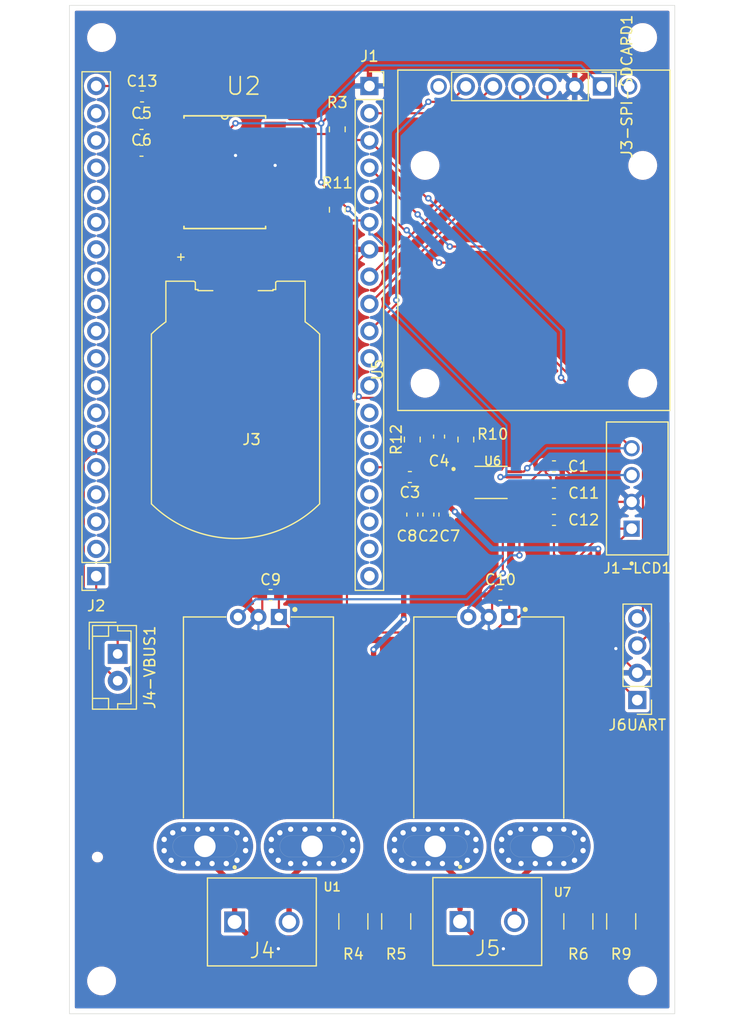
<source format=kicad_pcb>
(kicad_pcb (version 20240108) (generator "pcbnew") (generator_version "8.0")
  (title_block (date "2025-01-03"))
  (layers (0 "F.Cu" signal) (31 "B.Cu" signal) (34 "B.Paste" user) (35 "F.Paste" user) (36 "B.SilkS" user "B.Silkscreen") (37 "F.SilkS" user "F.Silkscreen") (38 "B.Mask" user) (39 "F.Mask" user) (44 "Edge.Cuts" user))
  (net 0 "")
  (net 1 "Net-(U6-AIN1)")
  (net 2 "SDA")
  (net 3 "SCL")
  (net 4 "ALRT")
  (net 5 "VOUT2+")
  (net 6 "SCK")
  (net 7 "MISO")
  (net 8 "MOSI")
  (net 9 "VOUT1+")
  (net 10 "CS2")
  (net 22 "CS1")
  (net 23 "GBUS")
  (net 24 "GND")
  (net 47 "VBUS")
  (net 49 "Net-(U2-VBAT)")
  (net 50 "VDC1+")
  (net 51 "-VDC1")
  (net 52 "VDC2+")
  (net 53 "-VDC2")
  (net 54 "Net-(U6-ADDR)")
  (net 57 "Net-(U6-AIN0)")
  (net 58 "RX0")
  (net 59 "TX0")
  (footprint "Capacitor_SMD:C_0603_1608Metric" (layer "F.Cu") (at 133.725 69 180)
    (property "Reference" "C1")
    (property "Value" "100nF")
  )
  (footprint "Capacitor_SMD:C_0603_1608Metric" (layer "F.Cu") (at 120.5 73.5 90)
    (property "Reference" "C8")
    (property "Value" "10uF")
  )
  (footprint "B4B-XH-A_LF__SN_:JST_B4B-XH-A_LF__SN_" (layer "F.Cu") (at 141.5 71.0625 -90)
    (property "Reference" "J1-LCD1")
    (property "Value" "LCD/OLED SCREEN")
  )
  (footprint "Connector_PinSocket_2.54mm:PinSocket_1x19_P2.54mm_Vertical" (layer "F.Cu") (at 116.5 33.5225)
    (property "Reference" "J1")
    (property "Value" "Conn_01x19")
  )
  (footprint "MountingHole:MountingHole_2.2mm_M2" (layer "F.Cu") (at 91.5 29)
    (property "Reference" "REF**" (hide yes))
    (property "Value" "MountingHole_2.2mm_M2")
  )
  (footprint "254:MODULE_254" (layer "F.Cu") (at 131.85 47.9135 90)
    (property "Reference" "U5")
    (property "Value" "254")
  )
  (footprint "Capacitor_SMD:C_0603_1608Metric" (layer "F.Cu") (at 123.5 73.5 90)
    (property "Reference" "C7")
    (property "Value" "10uF")
  )
  (footprint "Capacitor_SMD:C_0603_1608Metric" (layer "F.Cu") (at 107.275 81)
    (property "Reference" "C9")
    (property "Value" "100nF")
  )
  (footprint "Capacitor_SMD:C_0603_1608Metric" (layer "F.Cu") (at 133.725 71.5 180)
    (property "Reference" "C11")
    (property "Value" "10nF")
  )
  (footprint "Connector_PinHeader_2.54mm:PinHeader_1x04_P2.54mm_Vertical" (layer "F.Cu") (at 141.5 90.8 180)
    (property "Reference" "J6UART")
    (property "Value" "Conn_01x04")
  )
  (footprint "Resistor_SMD:R_0805_2012Metric_Pad1.20x1.40mm_HandSolder" (layer "F.Cu") (at 113.5 45.0625 -90)
    (property "Reference" "R11")
    (property "Value" "10k")
  )
  (footprint "Resistor_SMD:R_0805_2012Metric_Pad1.20x1.40mm_HandSolder" (layer "F.Cu") (at 125.5 66.5 -90)
    (property "Reference" "R10")
    (property "Value" "10k")
  )
  (footprint "ACS758:XDCR_ACS758" (layer "F.Cu") (at 106.14 83.05 180)
    (property "Reference" "U1")
    (property "Value" "ACS758")
    (fp_line (start 15 -22.4) (end 15.05 -22.4) (stroke (width 0.01)) (layer "Edge.Cuts"))
    (fp_line (start 7 -20.4) (end 3 -20.4) (stroke (width 0.01)) (layer "Edge.Cuts"))
    (fp_line (start 5 -22.4) (end 5.05 -22.4) (stroke (width 0.01)) (layer "Edge.Cuts"))
    (fp_line (start 3 -22.4) (end 7 -22.4) (stroke (width 0.01)) (layer "Edge.Cuts"))
    (fp_line (start -3 -20.4) (end -7 -20.4) (stroke (width 0.01)) (layer "Edge.Cuts"))
    (fp_line (start -5 -22.4) (end -4.95 -22.4) (stroke (width 0.01)) (layer "Edge.Cuts"))
    (fp_line (start -7 -22.4) (end -3 -22.4) (stroke (width 0.01)) (layer "Edge.Cuts"))
    (fp_arc (start 7 -22.4) (mid 8 -21.4) (end 7 -20.4) (stroke (width 0.01)) (layer "Edge.Cuts"))
    (fp_arc (start 3 -20.4) (mid 2 -21.4) (end 3 -22.4) (stroke (width 0.01)) (layer "Edge.Cuts"))
    (fp_arc (start -3 -22.4) (mid -2 -21.4) (end -3 -20.4) (stroke (width 0.01)) (layer "Edge.Cuts"))
    (fp_arc (start -7 -20.4) (mid -8 -21.4) (end -7 -22.4) (stroke (width 0.01)) (layer "Edge.Cuts"))
  )
  (footprint "Capacitor_SMD:C_0603_1608Metric" (layer "F.Cu") (at 133.725 74 180)
    (property "Reference" "C12")
    (property "Value" "10nF")
  )
  (footprint "Capacitor_SMD:C_0603_1608Metric" (layer "F.Cu") (at 128.725 81)
    (property "Reference" "C10")
    (property "Value" "100nF")
  )
  (footprint "Capacitor_SMD:C_0603_1608Metric" (layer "F.Cu") (at 95.225 37.0625)
    (property "Reference" "C5")
    (property "Value" "100nF")
  )
  (footprint "Capacitor_SMD:C_0603_1608Metric" (layer "F.Cu") (at 95.275 34.5)
    (property "Reference" "C13")
    (property "Value" "0.1uF")
  )
  (footprint "Resistor_SMD:R_0805_2012Metric_Pad1.20x1.40mm_HandSolder" (layer "F.Cu") (at 120.5 66.5 -90)
    (property "Reference" "R12")
    (property "Value" "10k")
  )
  (footprint "Connector_PinHeader_2.54mm:PinHeader_1x06_P2.54mm_Vertical" (layer "F.Cu") (at 138.2 33.5625 -90)
    (property "Reference" "J3-SPI-SDCARD1")
    (property "Value" "Conn_01x06")
  )
  (footprint "TB006-508-02BE:CUI_TB006-508-02BE" (layer "F.Cu") (at 103.92 111.5)
    (property "Reference" "J4")
    (property "Value" "TB006-508-02BE")
  )
  (footprint "Resistor_SMD:R_1210_3225Metric_Pad1.30x2.65mm_HandSolder" (layer "F.Cu") (at 119 111.45 -90)
    (property "Reference" "R5")
    (property "Value" "10k")
  )
  (footprint "Capacitor_SMD:C_0603_1608Metric" (layer "F.Cu") (at 120.275 70 180)
    (property "Reference" "C3")
    (property "Value" "100nF")
  )
  (footprint "Resistor_SMD:R_1210_3225Metric_Pad1.30x2.65mm_HandSolder" (layer "F.Cu") (at 136 111.45 90)
    (property "Reference" "R6")
    (property "Value" "90k")
  )
  (footprint "MountingHole:MountingHole_2.2mm_M2" (layer "F.Cu") (at 142 117)
    (property "Reference" "REF**" (hide yes))
    (property "Value" "MountingHole_2.2mm_M2")
  )
  (footprint "Resistor_SMD:R_1210_3225Metric_Pad1.30x2.65mm_HandSolder" (layer "F.Cu") (at 115 111.45 90)
    (property "Reference" "R4")
    (property "Value" "90k")
  )
  (footprint "Resistor_SMD:R_0805_2012Metric_Pad1.20x1.40mm_HandSolder" (layer "F.Cu") (at 113.5 37.5625 -90)
    (property "Reference" "R3")
    (property "Value" "10k")
  )
  (footprint "S8421-45R:HARWIN_S8421-45R" (layer "F.Cu") (at 104 64.5817 180)
    (property "Reference" "J3")
    (property "Value" "S8421-45R")
  )
  (footprint "Capacitor_SMD:C_0603_1608Metric" (layer "F.Cu") (at 95.225 39.5625)
    (property "Reference" "C6")
    (property "Value" "10uF")
  )
  (footprint "Connector_PinSocket_2.54mm:PinSocket_1x19_P2.54mm_Vertical" (layer "F.Cu") (at 91 79.2425 180)
    (property "Reference" "J2")
    (property "Value" "Conn_01x19")
  )
  (footprint "TB006-508-02BE:CUI_TB006-508-02BE" (layer "F.Cu") (at 124.96 111.4625)
    (property "Reference" "J5")
    (property "Value" "TB006-508-02BE")
  )
  (footprint "Capacitor_SMD:C_0603_1608Metric" (layer "F.Cu") (at 122 73.5 90)
    (property "Reference" "C2")
    (property "Value" "100nF")
  )
  (footprint "Resistor_SMD:R_1210_3225Metric_Pad1.30x2.65mm_HandSolder" (layer "F.Cu") (at 140 111.45 -90)
    (property "Reference" "R9")
    (property "Value" "10k")
  )
  (footprint "ACS758:XDCR_ACS758" (layer "F.Cu") (at 127.64 83.05 180)
    (property "Reference" "U7")
    (property "Value" "ACS758")
    (fp_line (start 15 -22.4) (end 15.05 -22.4) (stroke (width 0.01)) (layer "Edge.Cuts"))
    (fp_line (start 7 -20.4) (end 3 -20.4) (stroke (width 0.01)) (layer "Edge.Cuts"))
    (fp_line (start 5 -22.4) (end 5.05 -22.4) (stroke (width 0.01)) (layer "Edge.Cuts"))
    (fp_line (start 3 -22.4) (end 7 -22.4) (stroke (width 0.01)) (layer "Edge.Cuts"))
    (fp_line (start -3 -20.4) (end -7 -20.4) (stroke (width 0.01)) (layer "Edge.Cuts"))
    (fp_line (start -5 -22.4) (end -4.95 -22.4) (stroke (width 0.01)) (layer "Edge.Cuts"))
    (fp_line (start -7 -22.4) (end -3 -22.4) (stroke (width 0.01)) (layer "Edge.Cuts"))
    (fp_arc (start 7 -22.4) (mid 8 -21.4) (end 7 -20.4) (stroke (width 0.01)) (layer "Edge.Cuts"))
    (fp_arc (start 3 -20.4) (mid 2 -21.4) (end 3 -22.4) (stroke (width 0.01)) (layer "Edge.Cuts"))
    (fp_arc (start -3 -22.4) (mid -2 -21.4) (end -3 -20.4) (stroke (width 0.01)) (layer "Edge.Cuts"))
    (fp_arc (start -7 -20.4) (mid -8 -21.4) (end -7 -22.4) (stroke (width 0.01)) (layer "Edge.Cuts"))
  )
  (footprint "DS3231S:SOIC127P1032X265-16N" (layer "F.Cu") (at 103 41.5625)
    (property "Reference" "U2")
    (property "Value" "DS3231S")
  )
  (footprint "MountingHole:MountingHole_2.2mm_M2" (layer "F.Cu") (at 91.5 117)
    (property "Reference" "REF**" (hide yes))
    (property "Value" "MountingHole_2.2mm_M2")
  )
  (footprint "MountingHole:MountingHole_2.2mm_M2" (layer "F.Cu") (at 142 29)
    (property "Reference" "REF**" (hide yes))
    (property "Value" "MountingHole_2.2mm_M2")
  )
  (footprint "Connectors_JST:JST_EH_B02B-EH-A_02x2.50mm_Straight" (layer "F.Cu") (at 93 86.5 -90)
    (property "Reference" "J4-VBUS1")
    (property "Value" "Conn_01x02")
  )
  (footprint "ADS1115IDGST:SOP50P490X110-10N" (layer "F.Cu") (at 127.85 70.5)
    (property "Reference" "U6")
    (property "Value" "ADS1115IDGST")
  )
  (footprint "Capacitor_SMD:C_0603_1608Metric" (layer "F.Cu") (at 123 66.225 90)
    (property "Reference" "C4")
    (property "Value" "1uF")
  )
  (gr_rect (start 88.5 26) (end 145 120.0625) (stroke (width 0.05)) (fill none) (layer "Edge.Cuts"))
  (segment (start 124 71.5) (end 125.7 71.5) (width 0.3) (layer "F.Cu") (net 1))
  (segment (start 123.5 72.2552) (end 123.5 72) (width 0.2) (layer "F.Cu") (net 1))
  (segment (start 137.849 109.9) (end 137.849 76.6969) (width 0.5) (layer "F.Cu") (net 1))
  (segment (start 136 109.9) (end 137.849 109.9) (width 0.5) (layer "F.Cu") (net 1))
  (segment (start 139.436 109.9) (end 140 109.9) (width 0.2) (layer "F.Cu") (net 1))
  (segment (start 123.5 72) (end 124 71.5) (width 0.3) (layer "F.Cu") (net 1))
  (segment (start 137.849 109.9) (end 139.436 109.9) (width 0.5) (layer "F.Cu") (net 1))
  (segment (start 124.478 73.2337) (end 123.5 72.2552) (width 0.5) (layer "F.Cu") (net 1))
  (segment (start 123.5 72.725) (end 123.5 72.2552) (width 0.2) (layer "F.Cu") (net 1))
  (segment (start 122 72.725) (end 123.5 72.725) (width 0.2) (layer "F.Cu") (net 1))
  (via (at 137.849 76.6969) (size 0.6) (drill 0.3) (layers "F.Cu" "B.Cu") (net 1))
  (via (at 124.478 73.2337) (size 0.6) (drill 0.3) (layers "F.Cu" "B.Cu") (net 1))
  (segment (start 127.942 76.6969) (end 124.478 73.2337) (width 0.5) (layer "B.Cu") (net 1))
  (segment (start 137.849 76.6969) (end 127.942 76.6969) (width 0.5) (layer "B.Cu") (net 1))
  (segment (start 111 39.5) (end 109.888 38.3875) (width 0.2) (layer "F.Cu") (net 2))
  (segment (start 109.888 38.3875) (end 107.699 38.3875) (width 0.2) (layer "F.Cu") (net 2))
  (segment (start 116.34 46.0625) (end 116.5 46.2225) (width 0.2) (layer "F.Cu") (net 2))
  (segment (start 113.5 46.0625) (end 116.34 46.0625) (width 0.2) (layer "F.Cu") (net 2))
  (segment (start 111 43.5625) (end 111 39.5) (width 0.2) (layer "F.Cu") (net 2))
  (segment (start 113.5 46.0625) (end 111 43.5625) (width 0.2) (layer "F.Cu") (net 2))
  (segment (start 130 70) (end 128.734 70) (width 0.2) (layer "F.Cu") (net 2))
  (via (at 128.734 70) (size 0.6) (drill 0.3) (layers "F.Cu" "B.Cu") (net 2))
  (segment (start 116.788 47.3742) (end 116.5 47.3742) (width 0.2) (layer "B.Cu") (net 2))
  (segment (start 117.884 48.4699) (end 116.788 47.3742) (width 0.2) (layer "B.Cu") (net 2))
  (segment (start 128.734 70) (end 129.097 70) (width 0.2) (layer "B.Cu") (net 2))
  (segment (start 129.285 65.1691) (end 117.884 53.7679) (width 0.2) (layer "B.Cu") (net 2))
  (segment (start 116.5 47.3742) (end 116.5 46.2225) (width 0.2) (layer "B.Cu") (net 2))
  (segment (start 117.884 53.7679) (end 117.884 48.4699) (width 0.2) (layer "B.Cu") (net 2))
  (segment (start 129.097 70) (end 129.285 69.8125) (width 0.2) (layer "B.Cu") (net 2))
  (segment (start 140.975 69.8125) (end 129.285 69.8125) (width 0.2) (layer "B.Cu") (net 2))
  (segment (start 129.285 69.8125) (end 129.285 65.1691) (width 0.2) (layer "B.Cu") (net 2))
  (segment (start 111 38) (end 112.938 38) (width 0.2) (layer "F.Cu") (net 3))
  (segment (start 112.938 38) (end 113.5 38.5625) (width 0.2) (layer "F.Cu") (net 3))
  (segment (start 116.5 38.6025) (end 121.898 44) (width 0.2) (layer "F.Cu") (net 3))
  (segment (start 116.46 38.5625) (end 116.5 38.6025) (width 0.2) (layer "F.Cu") (net 3))
  (segment (start 130 69.5) (end 130.901 69.5) (width 0.2) (layer "F.Cu") (net 3))
  (segment (start 107.699 37.1175) (end 110.118 37.1175) (width 0.2) (layer "F.Cu") (net 3))
  (segment (start 130.901 69.5) (end 131.234 69.1668) (width 0.2) (layer "F.Cu") (net 3))
  (segment (start 110.118 37.1175) (end 111 38) (width 0.2) (layer "F.Cu") (net 3))
  (segment (start 121.898 44) (end 122 44) (width 0.2) (layer "F.Cu") (net 3))
  (segment (start 113.5 38.5625) (end 116.46 38.5625) (width 0.2) (layer "F.Cu") (net 3))
  (segment (start 140.975 67.3125) (end 134.39 60.7275) (width 0.2) (layer "F.Cu") (net 3))
  (via (at 122 44) (size 0.6) (drill 0.3) (layers "F.Cu" "B.Cu") (net 3))
  (via (at 131.234 69.1668) (size 0.6) (drill 0.3) (layers "F.Cu" "B.Cu") (net 3))
  (via (at 134.39 60.7275) (size 0.6) (drill 0.3) (layers "F.Cu" "B.Cu") (net 3))
  (segment (start 133.089 67.3125) (end 131.234 69.1668) (width 0.2) (layer "B.Cu") (net 3))
  (segment (start 140.975 67.3125) (end 133.089 67.3125) (width 0.2) (layer "B.Cu") (net 3))
  (segment (start 122 44) (end 134.39 56.39) (width 0.2) (layer "B.Cu") (net 3))
  (segment (start 134.39 56.39) (end 134.39 60.7275) (width 0.2) (layer "B.Cu") (net 3))
  (segment (start 133.416 70.7453) (end 133.416 70.0399) (width 0.2) (layer "F.Cu") (net 4))
  (segment (start 108.05 83.05) (end 109.5 84.5) (width 0.2) (layer "F.Cu") (net 4))
  (segment (start 120.5 67.5) (end 121.75 68.75) (width 0.2) (layer "F.Cu") (net 4))
  (segment (start 108.05 81) (end 108.05 83.05) (width 0.2) (layer "F.Cu") (net 4))
  (segment (start 119.056 64.0562) (end 120.5 65.5) (width 0.2) (layer "F.Cu") (net 4))
  (segment (start 133.416 70.0399) (end 132.95 69.5735) (width 0.2) (layer "F.Cu") (net 4))
  (segment (start 113.562 44.0625) (end 114.5 45) (width 0.2) (layer "F.Cu") (net 4))
  (segment (start 135.013 78.4872) (end 138.688 74.8125) (width 0.2) (layer "F.Cu") (net 4))
  (segment (start 135.013 78.4872) (end 133.725 77.1992) (width 0.2) (layer "F.Cu") (net 4))
  (segment (start 140.975 74.8125) (end 138.9 76.8875) (width 0.2) (layer "F.Cu") (net 4))
  (segment (start 129.55 83.05) (end 130.45 83.05) (width 0.2) (layer "F.Cu") (net 4))
  (segment (start 138.9 76.8875) (end 138.9 88.2) (width 0.2) (layer "F.Cu") (net 4))
  (segment (start 115.612 62.6125) (end 117.612 62.6125) (width 0.2) (layer "F.Cu") (net 4))
  (segment (start 114.401 84.5) (end 114.401 63.5994) (width 0.2) (layer "F.Cu") (net 4))
  (segment (start 133.725 77.1992) (end 133.725 71.0539) (width 0.2) (layer "F.Cu") (net 4))
  (segment (start 133.725 71.0539) (end 133.416 70.7453) (width 0.2) (layer "F.Cu") (net 4))
  (segment (start 123 70) (end 125.7 70) (width 0.2) (layer "F.Cu") (net 4))
  (segment (start 113.5 36.5625) (end 112.438 36.5625) (width 0.2) (layer "F.Cu") (net 4))
  (segment (start 128.1 84.5) (end 129.55 83.05) (width 0.2) (layer "F.Cu") (net 4))
  (segment (start 91 33.5225) (end 95.0725 33.5225) (width 0.2) (layer "F.Cu") (net 4))
  (segment (start 120.5 65.5) (end 123 65.5) (width 0.2) (layer "F.Cu") (net 4))
  (segment (start 109.5 84.5) (end 114.401 84.5) (width 0.2) (layer "F.Cu") (net 4))
  (segment (start 96 37.0625) (end 96 37.2125) (width 0.2) (layer "F.Cu") (net 4))
  (segment (start 130 70.5) (end 131.45 70.5) (width 0.2) (layer "F.Cu") (net 4))
  (segment (start 138.9 88.2) (end 141.5 90.8) (width 0.2) (layer "F.Cu") (net 4))
  (segment (start 129.55 83.05) (end 129.55 81.05) (width 0.2) (layer "F.Cu") (net 4))
  (segment (start 96 37.2125) (end 97.175 38.3875) (width 0.2) (layer "F.Cu") (net 4))
  (segment (start 95.0725 33.5225) (end 96.05 34.5) (width 0.2) (layer "F.Cu") (net 4))
  (segment (start 117.652 69.0825) (end 117.984 68.75) (width 0.2) (layer "F.Cu") (net 4))
  (segment (start 131.45 70.5) (end 132.95 69) (width 0.2) (layer "F.Cu") (net 4))
  (segment (start 96 39.5625) (end 97.175 38.3875) (width 0.2) (layer "F.Cu") (net 4))
  (segment (start 113.5 44.0625) (end 113.562 44.0625) (width 0.2) (layer "F.Cu") (net 4))
  (segment (start 129.55 81.05) (end 129.5 81) (width 0.2) (layer "F.Cu") (net 4))
  (segment (start 97.175 38.3875) (end 98.301 38.3875) (width 0.2) (layer "F.Cu") (net 4))
  (segment (start 123 65.5) (end 123 65.45) (width 0.2) (layer "F.Cu") (net 4))
  (segment (start 121.75 68.75) (end 123 70) (width 0.2) (layer "F.Cu") (net 4))
  (segment (start 96.05 34.5) (end 96.05 37.0125) (width 0.2) (layer "F.Cu") (net 4))
  (segment (start 117.612 62.6125) (end 119.056 64.0562) (width 0.2) (layer "F.Cu") (net 4))
  (segment (start 96.05 37.0125) (end 96 37.0625) (width 0.2) (layer "F.Cu") (net 4))
  (segment (start 112 42.5) (end 112 42.5625) (width 0.2) (layer "F.Cu") (net 4))
  (segment (start 119.0559 66.0559) (end 120.5 67.5) (width 0.2) (layer "F.Cu") (net 4))
  (segment (start 114.401 84.5) (end 128.1 84.5) (width 0.2) (layer "F.Cu") (net 4))
  (segment (start 117.984 68.75) (end 121.75 68.75) (width 0.2) (layer "F.Cu") (net 4))
  (segment (start 119.056 64.0562) (end 119.0559 64.0563) (width 0.2) (layer "F.Cu") (net 4))
  (segment (start 116.5 69.0825) (end 117.652 69.0825) (width 0.2) (layer "F.Cu") (net 4))
  (segment (start 112.438 36.5625) (end 112 37) (width 0.2) (layer "F.Cu") (net 4))
  (segment (start 138.688 74.8125) (end 140.975 74.8125) (width 0.2) (layer "F.Cu") (net 4))
  (segment (start 98.301 38.3875) (end 102.612 38.3875) (width 0.2) (layer "F.Cu") (net 4))
  (segment (start 132.95 69.5735) (end 132.95 69) (width 0.2) (layer "F.Cu") (net 4))
  (segment (start 119.0559 64.0563) (end 119.0559 66.0559) (width 0.2) (layer "F.Cu") (net 4))
  (segment (start 114.401 63.5994) (end 115.5 62.5) (width 0.2) (layer "F.Cu") (net 4))
  (segment (start 102.612 38.3875) (end 104 37) (width 0.2) (layer "F.Cu") (net 4))
  (segment (start 112 42.5625) (end 113.5 44.0625) (width 0.2) (layer "F.Cu") (net 4))
  (segment (start 115.5 62.5) (end 115.612 62.6125) (width 0.2) (layer "F.Cu") (net 4))
  (segment (start 130.45 83.05) (end 135.013 78.4872) (width 0.2) (layer "F.Cu") (net 4))
  (segment (start 123 65.5) (end 125.5 65.5) (width 0.2) (layer "F.Cu") (net 4))
  (via (at 115.5 62.5) (size 0.6) (drill 0.3) (layers "F.Cu" "B.Cu") (net 4))
  (via (at 112 42.5) (size 0.6) (drill 0.3) (layers "F.Cu" "B.Cu") (net 4))
  (via (at 104 37) (size 0.6) (drill 0.3) (layers "F.Cu" "B.Cu") (net 4))
  (via (at 114.5 45) (size 0.6) (drill 0.3) (layers "F.Cu" "B.Cu") (net 4))
  (via (at 112 37) (size 0.6) (drill 0.3) (layers "F.Cu" "B.Cu") (net 4))
  (segment (start 112 37) (end 112 42.5) (width 0.2) (layer "B.Cu") (net 4))
  (segment (start 115.35 45.85) (end 115.35 62.35) (width 0.2) (layer "B.Cu") (net 4))
  (segment (start 116.293 31.5999) (end 112 35.893) (width 0.2) (layer "B.Cu") (net 4))
  (segment (start 104 37) (end 112 37) (width 0.2) (layer "B.Cu") (net 4))
  (segment (start 138.2 33.5625) (end 136.237 31.5999) (width 0.2) (layer "B.Cu") (net 4))
  (segment (start 114.5 45) (end 115.35 45.85) (width 0.2) (layer "B.Cu") (net 4))
  (segment (start 115.35 62.35) (end 115.5 62.5) (width 0.2) (layer "B.Cu") (net 4))
  (segment (start 136.237 31.5999) (end 116.293 31.5999) (width 0.2) (layer "B.Cu") (net 4))
  (segment (start 112 35.893) (end 112 37) (width 0.2) (layer "B.Cu") (net 4))
  (segment (start 132.45 71) (end 132.95 71.5) (width 0.2) (layer "F.Cu") (net 5))
  (segment (start 128.949 71.2082) (end 128.949 78.967) (width 0.2) (layer "F.Cu") (net 5))
  (segment (start 130 71) (end 132.45 71) (width 0.2) (layer "F.Cu") (net 5))
  (segment (start 129.157 71) (end 128.949 71.2082) (width 0.2) (layer "F.Cu") (net 5))
  (segment (start 130 71) (end 129.157 71) (width 0.2) (layer "F.Cu") (net 5))
  (via (at 128.949 78.967) (size 0.6) (drill 0.3) (layers "F.Cu" "B.Cu") (net 5))
  (segment (start 125.73 82.1861) (end 128.949 78.967) (width 0.2) (layer "B.Cu") (net 5))
  (segment (start 125.73 83.05) (end 125.73 82.1861) (width 0.2) (layer "B.Cu") (net 5))
  (segment (start 133.12 37.2225) (end 116.5 53.8425) (width 0.2) (layer "F.Cu") (net 6))
  (segment (start 133.12 33.5625) (end 133.12 37.2225) (width 0.2) (layer "F.Cu") (net 6))
  (segment (start 130.58 33.5625) (end 130.58 37.2225) (width 0.2) (layer "F.Cu") (net 7))
  (segment (start 130.58 37.2225) (end 116.5 51.3025) (width 0.2) (layer "F.Cu") (net 7))
  (segment (start 128.04 33.5625) (end 125.54 36.0625) (width 0.2) (layer "F.Cu") (net 8))
  (segment (start 125.54 36.0625) (end 116.5 36.0625) (width 0.2) (layer "F.Cu") (net 8))
  (segment (start 130.5 71.5) (end 130 71.5) (width 0.2) (layer "F.Cu") (net 9))
  (segment (start 131 71.5) (end 130.5 71.5) (width 0.2) (layer "F.Cu") (net 9))
  (segment (start 130.5 71.5) (end 130.5 77.3039) (width 0.2) (layer "F.Cu") (net 9))
  (segment (start 132.95 74) (end 132.95 73.45) (width 0.2) (layer "F.Cu") (net 9))
  (segment (start 132.95 73.45) (end 131 71.5) (width 0.2) (layer "F.Cu") (net 9))
  (via (at 130.5 77.3039) (size 0.6) (drill 0.3) (layers "F.Cu" "B.Cu") (net 9))
  (segment (start 125.608 81.3971) (end 129.701 77.3039) (width 0.2) (layer "B.Cu") (net 9))
  (segment (start 129.701 77.3039) (end 130.5 77.3039) (width 0.2) (layer "B.Cu") (net 9))
  (segment (start 105.883 81.3971) (end 125.608 81.3971) (width 0.2) (layer "B.Cu") (net 9))
  (segment (start 104.23 83.05) (end 105.883 81.3971) (width 0.2) (layer "B.Cu") (net 9))
  (segment (start 119 53.5) (end 119 53.8825) (width 0.2) (layer "F.Cu") (net 22))
  (segment (start 119 53.8825) (end 116.5 56.3825) (width 0.2) (layer "F.Cu") (net 22))
  (segment (start 124.062 35) (end 122 35) (width 0.2) (layer "F.Cu") (net 22))
  (segment (start 125.5 33.5625) (end 124.062 35) (width 0.2) (layer "F.Cu") (net 22))
  (via (at 122 35) (size 0.6) (drill 0.3) (layers "F.Cu" "B.Cu") (net 22))
  (via (at 119 53.5) (size 0.6) (drill 0.3) (layers "F.Cu" "B.Cu") (net 22))
  (segment (start 122 35) (end 119 38) (width 0.2) (layer "B.Cu") (net 22))
  (segment (start 119 38) (end 119 53.5) (width 0.2) (layer "B.Cu") (net 22))
  (segment (start 89.8375 85.8375) (end 93 89) (width 0.2) (layer "F.Cu") (net 23))
  (segment (start 91 67.6942) (end 90.7315 67.6942) (width 0.2) (layer "F.Cu") (net 23))
  (segment (start 91 66.5425) (end 91 67.6942) (width 0.2) (layer "F.Cu") (net 23))
  (segment (start 90.7315 67.6942) (end 89.8375 68.5882) (width 0.2) (layer "F.Cu") (net 23))
  (segment (start 89.8375 68.5882) (end 89.8375 85.8375) (width 0.2) (layer "F.Cu") (net 23))
  (segment (start 123.5 74.275) (end 124.725 74.275) (width 0.2) (layer "F.Cu") (net 24))
  (segment (start 106.5 81) (end 106.5 82.69) (width 0.2) (layer "F.Cu") (net 24))
  (segment (start 127.95 82.74) (end 127.64 83.05) (width 0.2) (layer "F.Cu") (net 24))
  (segment (start 94.45 40.2038) (end 95.7462 41.5) (width 0.2) (layer "F.Cu") (net 24))
  (segment (start 137.812 72.3125) (end 134.5 69) (width 0.2) (layer "F.Cu") (net 24))
  (segment (start 106.5 82.69) (end 106.14 83.05) (width 0.2) (layer "F.Cu") (net 24))
  (segment (start 139.5 86) (end 139.5 86.26) (width 0.2) (layer "F.Cu") (net 24))
  (segment (start 109.478 33.5225) (end 116.5 33.5225) (width 0.2) (layer "F.Cu") (net 24))
  (segment (start 122 74.275) (end 123.5 74.275) (width 0.2) (layer "F.Cu") (net 24))
  (segment (start 104 39) (end 109.478 33.5225) (width 0.2) (layer "F.Cu") (net 24))
  (segment (start 126.99 72.0101) (end 126.99 69.9899) (width 0.2) (layer "F.Cu") (net 24))
  (segment (start 108.5 114.5) (end 108 114) (width 0.2) (layer "F.Cu") (net 24))
  (segment (start 104 73.0817) (end 104 61.2625) (width 0.2) (layer "F.Cu") (net 24))
  (segment (start 106.5 75.5818) (end 104 73.0818) (width 0.2) (layer "F.Cu") (net 24))
  (segment (start 124.725 74.275) (end 124.75 74.25) (width 0.2) (layer "F.Cu") (net 24))
  (segment (start 110 45.5) (end 110 42.5) (width 0.2) (layer "F.Cu") (net 24))
  (segment (start 119 113) (end 117.5 114.5) (width 0.2) (layer "F.Cu") (net 24))
  (segment (start 132.915 67.4153) (end 127 67.4153) (width 0.2) (layer "F.Cu") (net 24))
  (segment (start 106.5 81) (end 106.5 75.5818) (width 0.2) (layer "F.Cu") (net 24))
  (segment (start 127 69.9797) (end 126.99 69.9899) (width 0.2) (layer "F.Cu") (net 24))
  (segment (start 94.45 39.5625) (end 94.45 40.2038) (width 0.2) (layer "F.Cu") (net 24))
  (segment (start 126.185 66.6) (end 127 67.4153) (width 0.2) (layer "F.Cu") (net 24))
  (segment (start 134.5 74) (end 134.5 71.5) (width 0.2) (layer "F.Cu") (net 24))
  (segment (start 126.99 69.9899) (end 126.48 70.5) (width 0.2) (layer "F.Cu") (net 24))
  (segment (start 138.5 114.5) (end 129.5 114.5) (width 0.2) (layer "F.Cu") (net 24))
  (segment (start 108.423 40.9275) (end 107.699 40.9275) (width 0.2) (layer "F.Cu") (net 24))
  (segment (start 113.262 48.7625) (end 110 45.5) (width 0.2) (layer "F.Cu") (net 24))
  (segment (start 122 74.275) (end 123.5 74.275) (width 0.2) (layer "F.Cu") (net 24))
  (segment (start 139.5 86.275) (end 139.5 86) (width 0.2) (layer "F.Cu") (net 24))
  (segment (start 123 67) (end 123.4 66.6) (width 0.2) (layer "F.Cu") (net 24))
  (segment (start 121.725 70.225) (end 122 70.5) (width 0.2) (layer "F.Cu") (net 24))
  (segment (start 134.5 69) (end 132.915 67.4153) (width 0.2) (layer "F.Cu") (net 24))
  (segment (start 95.7462 41.5) (end 102.5 41.5) (width 0.2) (layer "F.Cu") (net 24))
  (segment (start 116.5 48.7625) (end 113.262 48.7625) (width 0.2) (layer "F.Cu") (net 24))
  (segment (start 120.5 74.275) (end 122 74.275) (width 0.2) (layer "F.Cu") (net 24))
  (segment (start 123.4 66.6) (end 126.185 66.6) (width 0.2) (layer "F.Cu") (net 24))
  (segment (start 139.5 86.26) (end 141.5 88.26) (width 0.2) (layer "F.Cu") (net 24))
  (segment (start 127 67.4153) (end 127 69.9797) (width 0.2) (layer "F.Cu") (net 24))
  (segment (start 110 42.5) (end 109.995 42.5) (width 0.2) (layer "F.Cu") (net 24))
  (segment (start 140 113) (end 138.5 114.5) (width 0.2) (layer "F.Cu") (net 24))
  (segment (start 121.275 70.225) (end 121.725 70.225) (width 0.2) (layer "F.Cu") (net 24))
  (segment (start 125.7 70.5) (end 122 70.5) (width 0.2) (layer "F.Cu") (net 24))
  (segment (start 126.48 70.5) (end 125.7 70.5) (width 0.2) (layer "F.Cu") (net 24))
  (segment (start 127.95 81) (end 127.95 82.74) (width 0.2) (layer "F.Cu") (net 24))
  (segment (start 134.5 71.5) (end 134.5 69) (width 0.2) (layer "F.Cu") (net 24))
  (segment (start 104 61.2625) (end 116.5 48.7625) (width 0.2) (layer "F.Cu") (net 24))
  (segment (start 121.05 70) (end 121.275 70.225) (width 0.2) (layer "F.Cu") (net 24))
  (segment (start 129.5 114.5) (end 129 114) (width 0.2) (layer "F.Cu") (net 24))
  (segment (start 104 73.0818) (end 104 73.0817) (width 0.2) (layer "F.Cu") (net 24))
  (segment (start 109.995 42.5) (end 108.423 40.9275) (width 0.2) (layer "F.Cu") (net 24))
  (segment (start 117.5 114.5) (end 108.5 114.5) (width 0.2) (layer "F.Cu") (net 24))
  (segment (start 124.75 74.25) (end 127.95 77.45) (width 0.2) (layer "F.Cu") (net 24))
  (segment (start 127.95 77.45) (end 127.95 81) (width 0.2) (layer "F.Cu") (net 24))
  (segment (start 124.75 74.25) (end 126.99 72.0101) (width 0.2) (layer "F.Cu") (net 24))
  (segment (start 94.45 39.5625) (end 94.45 37.0625) (width 0.2) (layer "F.Cu") (net 24))
  (segment (start 94.5 37.0125) (end 94.45 37.0625) (width 0.2) (layer "F.Cu") (net 24))
  (segment (start 140.975 72.3125) (end 137.812 72.3125) (width 0.2) (layer "F.Cu") (net 24))
  (segment (start 104 40) (end 104 39) (width 0.2) (layer "F.Cu") (net 24))
  (segment (start 102.5 41.5) (end 104 40) (width 0.2) (layer "F.Cu") (net 24))
  (segment (start 94.5 34.5) (end 94.5 37.0125) (width 0.2) (layer "F.Cu") (net 24))
  (via (at 107.699 40.9275) (size 0.6) (drill 0.3) (layers "F.Cu" "B.Cu") (net 24))
  (via (at 129 114) (size 0.6) (drill 0.3) (layers "F.Cu" "B.Cu") (net 24))
  (via (at 139.5 86) (size 0.6) (drill 0.3) (layers "F.Cu" "B.Cu") (net 24))
  (via (at 108 114) (size 0.6) (drill 0.3) (layers "F.Cu" "B.Cu") (net 24))
  (via (at 104 40) (size 0.6) (drill 0.3) (layers "F.Cu" "B.Cu") (net 24))
  (segment (start 126.411 113.869) (end 127.64 112.64) (width 0.2) (layer "B.Cu") (net 24))
  (segment (start 104 40) (end 104.928 40.9275) (width 0.2) (layer "B.Cu") (net 24))
  (segment (start 127.64 112.64) (end 127.64 83.05) (width 0.2) (layer "B.Cu") (net 24))
  (segment (start 134.099 32.0016) (end 119.173 32.0016) (width 0.2) (layer "B.Cu") (net 24))
  (segment (start 107.869 113.869) (end 106.14 112.14) (width 0.2) (layer "B.Cu") (net 24))
  (segment (start 106.14 112.14) (end 106.14 83.05) (width 0.2) (layer "B.Cu") (net 24))
  (segment (start 129 114) (end 127.64 112.64) (width 0.2) (layer "B.Cu") (net 24))
  (segment (start 139.5 86) (end 129.52934 86) (width 0.2) (layer "B.Cu") (net 24))
  (segment (start 135.66 33.5625) (end 134.099 32.0016) (width 0.2) (layer "B.Cu") (net 24))
  (segment (start 104.928 40.9275) (end 107.699 40.9275) (width 0.2) (layer "B.Cu") (net 24))
  (segment (start 108 114) (end 107.869 113.869) (width 0.2) (layer "B.Cu") (net 24))
  (segment (start 127.64 84.11066) (end 127.64 83.05) (width 0.2) (layer "B.Cu") (net 24))
  (segment (start 117.652 33.5225) (end 116.5 33.5225) (width 0.2) (layer "B.Cu") (net 24))
  (segment (start 129.52934 86) (end 127.64 84.11066) (width 0.2) (layer "B.Cu") (net 24))
  (segment (start 119.173 32.0016) (end 117.652 33.5225) (width 0.2) (layer "B.Cu") (net 24))
  (segment (start 107.869 113.869) (end 126.411 113.869) (width 0.2) (layer "B.Cu") (net 24))
  (segment (start 93 86.5) (end 93 85.2733) (width 0.2) (layer "F.Cu") (net 47))
  (segment (start 93 85.2733) (end 91 83.2733) (width 0.2) (layer "F.Cu") (net 47))
  (segment (start 91 83.2733) (end 91 79.2425) (width 0.2) (layer "F.Cu") (net 47))
  (segment (start 104 51.6817) (end 104 42.6326) (width 0.2) (layer "F.Cu") (net 49))
  (segment (start 104 51.6818) (end 104 51.6817) (width 0.2) (layer "F.Cu") (net 49))
  (segment (start 104 42.6326) (end 106.975 39.6575) (width 0.2) (layer "F.Cu") (net 49))
  (segment (start 106.975 39.6575) (end 107.699 39.6575) (width 0.2) (layer "F.Cu") (net 49))
  (segment (start 104.14 105.75) (end 104.14 103.18) (width 0.2) (layer "F.Cu") (net 50))
  (segment (start 103.92 111.5) (end 103.92 108.16) (width 0.5) (layer "F.Cu") (net 50))
  (segment (start 105.42 113) (end 115 113) (width 0.5) (layer "F.Cu") (net 50))
  (segment (start 103.92 111.5) (end 105.42 113) (width 0.5) (layer "F.Cu") (net 50))
  (segment (start 104.94 103.8) (end 104.94 104.85) (width 0.2) (layer "F.Cu") (net 50))
  (segment (start 97.34 104.85) (end 97.34 103.8) (width 0.2) (layer "F.Cu") (net 50))
  (segment (start 101.14 104.45) (end 100.48 103.79) (width 0.2) (layer "F.Cu") (net 50))
  (segment (start 100.48 103.79) (end 100.48 102.85) (width 0.2) (layer "F.Cu") (net 50))
  (segment (start 103.92 108.16) (end 101.81 106.05) (width 0.5) (layer "F.Cu") (net 50))
  (segment (start 101.81 106.05) (end 100.48 106.05) (width 0.2) (layer "B.Cu") (net 50))
  (segment (start 98.47 102.85) (end 98.14 103.18) (width 0.2) (layer "B.Cu") (net 50))
  (segment (start 101.81 102.85) (end 100.48 102.85) (width 0.2) (layer "B.Cu") (net 50))
  (segment (start 100.48 102.85) (end 99.15 102.85) (width 0.2) (layer "B.Cu") (net 50))
  (segment (start 98.29 106.05) (end 97.99 105.75) (width 0.2) (layer "B.Cu") (net 50))
  (segment (start 103.14 106.05) (end 101.81 106.05) (width 0.2) (layer "B.Cu") (net 50))
  (segment (start 99.15 106.05) (end 98.29 106.05) (width 0.2) (layer "B.Cu") (net 50))
  (segment (start 97.52 103.8) (end 98.14 103.18) (width 0.2) (layer "B.Cu") (net 50))
  (segment (start 97.34 103.8) (end 97.52 103.8) (width 0.2) (layer "B.Cu") (net 50))
  (segment (start 103.14 102.85) (end 103.81 102.85) (width 0.2) (layer "B.Cu") (net 50))
  (segment (start 99.15 102.85) (end 98.47 102.85) (width 0.2) (layer "B.Cu") (net 50))
  (segment (start 104.94 103.8) (end 104.76 103.8) (width 0.2) (layer "B.Cu") (net 50))
  (segment (start 100.48 106.05) (end 99.15 106.05) (width 0.2) (layer "B.Cu") (net 50))
  (segment (start 103.81 102.85) (end 104.14 103.18) (width 0.2) (layer "B.Cu") (net 50))
  (segment (start 101.81 102.85) (end 103.14 102.85) (width 0.2) (layer "B.Cu") (net 50))
  (segment (start 103.44 105.75) (end 103.14 106.05) (width 0.2) (layer "B.Cu") (net 50))
  (segment (start 104.76 103.8) (end 104.14 103.18) (width 0.2) (layer "B.Cu") (net 50))
  (segment (start 104.14 105.75) (end 103.44 105.75) (width 0.2) (layer "B.Cu") (net 50))
  (segment (start 114.14 105.75) (end 114.14 103.18) (width 0.2) (layer "F.Cu") (net 51))
  (segment (start 110.48 103.79) (end 110.48 102.85) (width 0.2) (layer "F.Cu") (net 51))
  (segment (start 111.14 104.45) (end 110.48 103.79) (width 0.2) (layer "F.Cu") (net 51))
  (segment (start 107.34 104.85) (end 107.34 103.8) (width 0.2) (layer "F.Cu") (net 51))
  (segment (start 109 111.5) (end 109 107.53) (width 0.5) (layer "F.Cu") (net 51))
  (segment (start 109 107.53) (end 110.48 106.05) (width 0.5) (layer "F.Cu") (net 51))
  (segment (start 114.94 103.8) (end 114.94 104.85) (width 0.2) (layer "F.Cu") (net 51))
  (segment (start 113.81 102.85) (end 114.14 103.18) (width 0.2) (layer "B.Cu") (net 51))
  (segment (start 111.81 106.05) (end 110.48 106.05) (width 0.2) (layer "B.Cu") (net 51))
  (segment (start 110.48 106.05) (end 109.15 106.05) (width 0.2) (layer "B.Cu") (net 51))
  (segment (start 107.34 103.8) (end 107.52 103.8) (width 0.2) (layer "B.Cu") (net 51))
  (segment (start 114.94 103.8) (end 114.76 103.8) (width 0.2) (layer "B.Cu") (net 51))
  (segment (start 107.52 103.8) (end 108.14 103.18) (width 0.2) (layer "B.Cu") (net 51))
  (segment (start 108.47 102.85) (end 108.14 103.18) (width 0.2) (layer "B.Cu") (net 51))
  (segment (start 110.48 102.85) (end 109.15 102.85) (width 0.2) (layer "B.Cu") (net 51))
  (segment (start 109.15 106.05) (end 108.29 106.05) (width 0.2) (layer "B.Cu") (net 51))
  (segment (start 108.29 106.05) (end 107.99 105.75) (width 0.2) (layer "B.Cu") (net 51))
  (segment (start 111.81 102.85) (end 110.48 102.85) (width 0.2) (layer "B.Cu") (net 51))
  (segment (start 114.76 103.8) (end 114.14 103.18) (width 0.2) (layer "B.Cu") (net 51))
  (segment (start 109.15 102.85) (end 108.47 102.85) (width 0.2) (layer "B.Cu") (net 51))
  (segment (start 113.44 105.75) (end 113.14 106.05) (width 0.2) (layer "B.Cu") (net 51))
  (segment (start 113.14 106.05) (end 111.81 106.05) (width 0.2) (layer "B.Cu") (net 51))
  (segment (start 113.14 102.85) (end 113.81 102.85) (width 0.2) (layer "B.Cu") (net 51))
  (segment (start 111.81 102.85) (end 113.14 102.85) (width 0.2) (layer "B.Cu") (net 51))
  (segment (start 114.14 105.75) (end 113.44 105.75) (width 0.2) (layer "B.Cu") (net 51))
  (segment (start 124.96 110.306) (end 124.96 110.884) (width 0.2) (layer "F.Cu") (net 52))
  (segment (start 124.96 110.884) (end 124.96 111.173) (width 0.2) (layer "F.Cu") (net 52))
  (segment (start 118.84 104.85) (end 118.84 103.8) (width 0.2) (layer "F.Cu") (net 52))
  (segment (start 124.96 111.462) (end 126.498 113) (width 0.5) (layer "F.Cu") (net 52))
  (segment (start 124.96 111.173) (end 124.96 111.462) (width 0.2) (layer "F.Cu") (net 52))
  (segment (start 124.96 110.306) (end 124.96 110.884) (width 0.2) (layer "F.Cu") (net 52))
  (segment (start 124.96 111.462) (end 124.96 111.4625) (width 0.2) (layer "F.Cu") (net 52))
  (segment (start 121.98 103.32) (end 121.98 103.79) (width 0.2) (layer "F.Cu") (net 52))
  (segment (start 126.498 113) (end 136 113) (width 0.5) (layer "F.Cu") (net 52))
  (segment (start 121.98 103.32) (end 121.98 102.85) (width 0.2) (layer "F.Cu") (net 52))
  (segment (start 124.96 107.7) (end 124.96 110.306) (width 0.5) (layer "F.Cu") (net 52))
  (segment (start 124.96 111.173) (end 124.96 111.462) (width 0.2) (layer "F.Cu") (net 52))
  (segment (start 126.44 103.8) (end 126.44 104.85) (width 0.2) (layer "F.Cu") (net 52))
  (segment (start 121.98 103.79) (end 121.98 106.05) (width 0.2) (layer "F.Cu") (net 52))
  (segment (start 124.96 110.884) (end 124.96 111.173) (width 0.2) (layer "F.Cu") (net 52))
  (segment (start 122.64 104.45) (end 121.98 103.79) (width 0.2) (layer "F.Cu") (net 52))
  (segment (start 121.98 103.79) (end 121.98 103.32) (width 0.2) (layer "F.Cu") (net 52))
  (segment (start 123.31 106.05) (end 124.96 107.7) (width 0.5) (layer "F.Cu") (net 52))
  (segment (start 120.65 102.85) (end 119.97 102.85) (width 0.2) (layer "B.Cu") (net 52))
  (segment (start 123.31 102.85) (end 121.98 102.85) (width 0.2) (layer "B.Cu") (net 52))
  (segment (start 125.64 105.75) (end 124.94 105.75) (width 0.2) (layer "B.Cu") (net 52))
  (segment (start 126.26 103.8) (end 125.64 103.18) (width 0.2) (layer "B.Cu") (net 52))
  (segment (start 121.98 106.05) (end 123.31 106.05) (width 0.2) (layer "B.Cu") (net 52))
  (segment (start 124.64 106.05) (end 123.31 106.05) (width 0.2) (layer "B.Cu") (net 52))
  (segment (start 124.64 102.85) (end 125.31 102.85) (width 0.2) (layer "B.Cu") (net 52))
  (segment (start 119.49 105.75) (end 120.35 105.75) (width 0.2) (layer "B.Cu") (net 52))
  (segment (start 124.94 105.75) (end 124.64 106.05) (width 0.2) (layer "B.Cu") (net 52))
  (segment (start 120.35 105.75) (end 120.65 106.05) (width 0.2) (layer "B.Cu") (net 52))
  (segment (start 120.65 106.05) (end 121.98 106.05) (width 0.2) (layer "B.Cu") (net 52))
  (segment (start 119.02 103.8) (end 119.64 103.18) (width 0.2) (layer "B.Cu") (net 52))
  (segment (start 126.44 103.8) (end 126.26 103.8) (width 0.2) (layer "B.Cu") (net 52))
  (segment (start 124.64 102.85) (end 123.31 102.85) (width 0.2) (layer "B.Cu") (net 52))
  (segment (start 119.97 102.85) (end 119.64 103.18) (width 0.2) (layer "B.Cu") (net 52))
  (segment (start 121.98 102.85) (end 120.65 102.85) (width 0.2) (layer "B.Cu") (net 52))
  (segment (start 118.84 103.8) (end 119.02 103.8) (width 0.2) (layer "B.Cu") (net 52))
  (segment (start 125.31 102.85) (end 125.64 103.18) (width 0.2) (layer "B.Cu") (net 52))
  (segment (start 131.98 103.79) (end 131.98 106.05) (width 0.2) (layer "F.Cu") (net 53))
  (segment (start 131.98 103.32) (end 131.98 102.85) (width 0.2) (layer "F.Cu") (net 53))
  (segment (start 131.98 103.79) (end 131.98 103.32) (width 0.2) (layer "F.Cu") (net 53))
  (segment (start 132.64 104.45) (end 131.98 103.79) (width 0.2) (layer "F.Cu") (net 53))
  (segment (start 128.84 104.85) (end 128.84 103.8) (width 0.2) (layer "F.Cu") (net 53))
  (segment (start 130.04 111.462) (end 130.04 107.99) (width 0.5) (layer "F.Cu") (net 53))
  (segment (start 130.04 107.99) (end 131.98 106.05) (width 0.5) (layer "F.Cu") (net 53))
  (segment (start 136.44 103.8) (end 136.44 104.85) (width 0.2) (layer "F.Cu") (net 53))
  (segment (start 130.04 111.462) (end 130.04 111.4625) (width 0.2) (layer "F.Cu") (net 53))
  (segment (start 131.98 103.32) (end 131.98 103.79) (width 0.2) (layer "F.Cu") (net 53))
  (segment (start 128.84 103.8) (end 129.02 103.8) (width 0.2) (layer "B.Cu") (net 53))
  (segment (start 129.49 105.75) (end 130.35 105.75) (width 0.2) (layer "B.Cu") (net 53))
  (segment (start 131.98 102.85) (end 130.65 102.85) (width 0.2) (layer "B.Cu") (net 53))
  (segment (start 130.65 106.05) (end 131.98 106.05) (width 0.2) (layer "B.Cu") (net 53))
  (segment (start 134.64 106.05) (end 133.31 106.05) (width 0.2) (layer "B.Cu") (net 53))
  (segment (start 133.31 102.85) (end 131.98 102.85) (width 0.2) (layer "B.Cu") (net 53))
  (segment (start 129.02 103.8) (end 129.64 103.18) (width 0.2) (layer "B.Cu") (net 53))
  (segment (start 130.35 105.75) (end 130.65 106.05) (width 0.2) (layer "B.Cu") (net 53))
  (segment (start 135.64 105.75) (end 134.94 105.75) (width 0.2) (layer "B.Cu") (net 53))
  (segment (start 133.31 102.85) (end 134.64 102.85) (width 0.2) (layer "B.Cu") (net 53))
  (segment (start 133.31 106.05) (end 131.98 106.05) (width 0.2) (layer "B.Cu") (net 53))
  (segment (start 136.44 103.8) (end 136.26 103.8) (width 0.2) (layer "B.Cu") (net 53))
  (segment (start 134.64 102.85) (end 135.31 102.85) (width 0.2) (layer "B.Cu") (net 53))
  (segment (start 136.26 103.8) (end 135.64 103.18) (width 0.2) (layer "B.Cu") (net 53))
  (segment (start 134.94 105.75) (end 134.64 106.05) (width 0.2) (layer "B.Cu") (net 53))
  (segment (start 129.97 102.85) (end 129.64 103.18) (width 0.2) (layer "B.Cu") (net 53))
  (segment (start 130.65 102.85) (end 129.97 102.85) (width 0.2) (layer "B.Cu") (net 53))
  (segment (start 135.31 102.85) (end 135.64 103.18) (width 0.2) (layer "B.Cu") (net 53))
  (segment (start 125.5 69.3) (end 125.7 69.5) (width 0.2) (layer "F.Cu") (net 54))
  (segment (start 125.5 67.5) (end 125.5 69.3) (width 0.2) (layer "F.Cu") (net 54))
  (segment (start 119.5 70) (end 119.5 70.5) (width 0.2) (layer "F.Cu") (net 57))
  (segment (start 115 109.9) (end 116.89 109.9) (width 0.5) (layer "F.Cu") (net 57))
  (segment (start 116.89 109.9) (end 119 109.9) (width 0.5) (layer "F.Cu") (net 57))
  (segment (start 122.225 71) (end 125.7 71) (width 0.3) (layer "F.Cu") (net 57))
  (segment (start 119.701 73.5239) (end 119.701 83.2724) (width 0.5) (layer "F.Cu") (net 57))
  (segment (start 116.89 109.9) (end 116.89 86.0835) (width 0.5) (layer "F.Cu") (net 57))
  (segment (start 120.5 72.725) (end 119.701 73.5239) (width 0.5) (layer "F.Cu") (net 57))
  (segment (start 120.5 72.725) (end 122.225 71) (width 0.3) (layer "F.Cu") (net 57))
  (segment (start 119.5 70.5) (end 120.5 71.5) (width 0.5) (layer "F.Cu") (net 57))
  (segment (start 120.5 71.5) (end 120.5 72.725) (width 0.5) (layer "F.Cu") (net 57))
  (via (at 119.701 83.2724) (size 0.6) (drill 0.3) (layers "F.Cu" "B.Cu") (net 57))
  (via (at 116.89 86.0835) (size 0.6) (drill 0.3) (layers "F.Cu" "B.Cu") (net 57))
  (segment (start 119.701 83.2724) (end 116.89 86.0835) (width 0.5) (layer "B.Cu") (net 57))
  (segment (start 124.651471 50) (end 139.651471 65) (width 0.2) (layer "F.Cu") (net 58))
  (segment (start 139.651471 65) (end 141.5 65) (width 0.2) (layer "F.Cu") (net 58))
  (segment (start 119.794485 46.976985) (end 116.5 43.6825) (width 0.2) (layer "F.Cu") (net 58))
  (segment (start 142.029 65.529) (end 142.029 82.651) (width 0.2) (layer "F.Cu") (net 58))
  (segment (start 119.976985 46.976985) (end 119.794485 46.976985) (width 0.2) (layer "F.Cu") (net 58))
  (segment (start 141.5 65) (end 142.029 65.529) (width 0.2) (layer "F.Cu") (net 58))
  (segment (start 142.029 82.651) (end 141.5 83.18) (width 0.2) (layer "F.Cu") (net 58))
  (segment (start 123 50) (end 124.651471 50) (width 0.2) (layer "F.Cu") (net 58))
  (via (at 119.976985 46.976985) (size 0.6) (drill 0.3) (layers "F.Cu" "B.Cu") (net 58))
  (via (at 123 50) (size 0.6) (drill 0.3) (layers "F.Cu" "B.Cu") (net 58))
  (segment (start 123 50) (end 119.976985 46.976985) (width 0.2) (layer "B.Cu") (net 58))
  (segment (start 120.3575 45) (end 116.5 41.1425) (width 0.2) (layer "F.Cu") (net 59))
  (segment (start 124 48.5) (end 133 48.5) (width 0.2) (layer "F.Cu") (net 59))
  (segment (start 121 45.5) (end 120.5 45) (width 0.2) (layer "F.Cu") (net 59))
  (segment (start 144 83.22) (end 141.5 85.72) (width 0.2) (layer "F.Cu") (net 59))
  (segment (start 120.5 45) (end 120.3575 45) (width 0.2) (layer "F.Cu") (net 59))
  (segment (start 133 48.5) (end 144 59.5) (width 0.2) (layer "F.Cu") (net 59))
  (segment (start 144 59.5) (end 144 83.22) (width 0.2) (layer "F.Cu") (net 59))
  (via (at 124 48.5) (size 0.6) (drill 0.3) (layers "F.Cu" "B.Cu") (net 59))
  (via (at 121 45.5) (size 0.6) (drill 0.3) (layers "F.Cu" "B.Cu") (net 59))
  (segment (start 124 48.5) (end 121 45.5) (width 0.2) (layer "B.Cu") (net 59))
  (zone (net 24) (net_name "GND") (layers "F&B.Cu") (name "GND") (connect_pads (clearance 0.3)) (min_thickness 0.25) (fill yes (thermal_gap 0.5) (thermal_bridge_width 0.5))
    (polygon (pts (xy 88 25.5) (xy 88 120.5) (xy 145.5 120.5) (xy 145.5 25.5)))
  )
)
</source>
